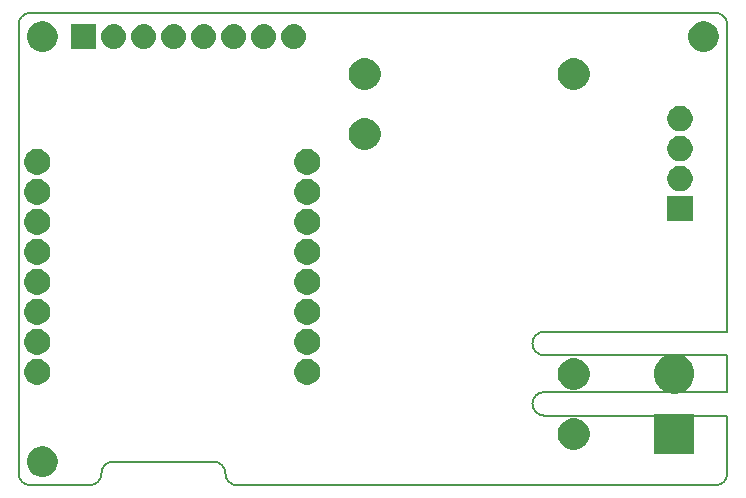
<source format=gbr>
G04 #@! TF.GenerationSoftware,KiCad,Pcbnew,(5.0.2)-1*
G04 #@! TF.CreationDate,2019-01-04T15:23:43-05:00*
G04 #@! TF.ProjectId,HASwitchPlate,48415377-6974-4636-9850-6c6174652e6b,rev?*
G04 #@! TF.SameCoordinates,Original*
G04 #@! TF.FileFunction,Soldermask,Bot*
G04 #@! TF.FilePolarity,Negative*
%FSLAX46Y46*%
G04 Gerber Fmt 4.6, Leading zero omitted, Abs format (unit mm)*
G04 Created by KiCad (PCBNEW (5.0.2)-1) date 1/4/2019 3:23:43 PM*
%MOMM*%
%LPD*%
G01*
G04 APERTURE LIST*
%ADD10C,0.150000*%
G04 #@! TA.AperFunction,NonConductor*
%ADD11C,0.100000*%
G04 #@! TD*
G04 APERTURE END LIST*
D10*
X160000000Y-101000000D02*
X160000000Y-127000000D01*
X160000000Y-132100000D02*
X160000000Y-129000000D01*
X143500000Y-128000000D02*
G75*
G03X144500000Y-129000000I1000000J0D01*
G01*
X144500000Y-127000000D02*
G75*
G03X143500000Y-128000000I0J-1000000D01*
G01*
X144500000Y-127000000D02*
X160000000Y-127000000D01*
X144500000Y-129000000D02*
X160000000Y-129000000D01*
X118500000Y-140000000D02*
X159000000Y-140000000D01*
X101000000Y-140000000D02*
X106000000Y-140000000D01*
X108000000Y-138000000D02*
X116500000Y-138000000D01*
X117500000Y-139000000D02*
G75*
G03X118500000Y-140000000I1000000J0D01*
G01*
X117500000Y-139000000D02*
G75*
G03X116500000Y-138000000I-1000000J0D01*
G01*
X107998255Y-138000002D02*
G75*
G03X107000000Y-139000000I1745J-999998D01*
G01*
X106000000Y-140000000D02*
G75*
G03X107000000Y-139000000I0J1000000D01*
G01*
X101000000Y-100000000D02*
G75*
G03X100000000Y-101000000I0J-1000000D01*
G01*
X100000000Y-139000000D02*
G75*
G03X101000000Y-140000000I1000000J0D01*
G01*
X159000000Y-140000000D02*
G75*
G03X160000000Y-139000000I0J1000000D01*
G01*
X160000000Y-101000000D02*
G75*
G03X159000000Y-100000000I-1000000J0D01*
G01*
X143500000Y-133100000D02*
G75*
G03X144500000Y-134100000I1000000J0D01*
G01*
X144500000Y-132100000D02*
G75*
G03X143500000Y-133100000I0J-1000000D01*
G01*
X160000000Y-134100000D02*
X160000000Y-139000000D01*
X144500000Y-134100000D02*
X160000000Y-134100000D01*
X144500000Y-132100000D02*
X160000000Y-132100000D01*
X101000000Y-100000000D02*
X159000000Y-100000000D01*
X100000000Y-101000000D02*
X100000000Y-139000000D01*
D11*
G36*
X102379196Y-136749958D02*
X102615780Y-136847954D01*
X102828705Y-136990226D01*
X103009774Y-137171295D01*
X103152046Y-137384220D01*
X103250042Y-137620804D01*
X103300000Y-137871960D01*
X103300000Y-138128040D01*
X103250042Y-138379196D01*
X103152046Y-138615780D01*
X103009774Y-138828705D01*
X102828705Y-139009774D01*
X102615780Y-139152046D01*
X102379196Y-139250042D01*
X102128040Y-139300000D01*
X101871960Y-139300000D01*
X101620804Y-139250042D01*
X101384220Y-139152046D01*
X101171295Y-139009774D01*
X100990226Y-138828705D01*
X100847954Y-138615780D01*
X100749958Y-138379196D01*
X100700000Y-138128040D01*
X100700000Y-137871960D01*
X100749958Y-137620804D01*
X100847954Y-137384220D01*
X100990226Y-137171295D01*
X101171295Y-136990226D01*
X101384220Y-136847954D01*
X101620804Y-136749958D01*
X101871960Y-136700000D01*
X102128040Y-136700000D01*
X102379196Y-136749958D01*
X102379196Y-136749958D01*
G37*
G36*
X157200000Y-137350000D02*
X153800000Y-137350000D01*
X153800000Y-133950000D01*
X157200000Y-133950000D01*
X157200000Y-137350000D01*
X157200000Y-137350000D01*
G37*
G36*
X147197434Y-134317922D02*
X147392322Y-134356687D01*
X147637096Y-134458076D01*
X147637097Y-134458077D01*
X147857391Y-134605272D01*
X148044728Y-134792609D01*
X148044730Y-134792612D01*
X148191924Y-135012904D01*
X148293313Y-135257678D01*
X148345000Y-135517529D01*
X148345000Y-135782471D01*
X148293313Y-136042322D01*
X148191924Y-136287096D01*
X148191923Y-136287097D01*
X148044728Y-136507391D01*
X147857391Y-136694728D01*
X147857388Y-136694730D01*
X147637096Y-136841924D01*
X147392322Y-136943313D01*
X147197434Y-136982078D01*
X147132472Y-136995000D01*
X146867528Y-136995000D01*
X146802566Y-136982078D01*
X146607678Y-136943313D01*
X146362904Y-136841924D01*
X146142612Y-136694730D01*
X146142609Y-136694728D01*
X145955272Y-136507391D01*
X145808077Y-136287097D01*
X145808076Y-136287096D01*
X145706687Y-136042322D01*
X145655000Y-135782471D01*
X145655000Y-135517529D01*
X145706687Y-135257678D01*
X145808076Y-135012904D01*
X145955270Y-134792612D01*
X145955272Y-134792609D01*
X146142609Y-134605272D01*
X146362903Y-134458077D01*
X146362904Y-134458076D01*
X146607678Y-134356687D01*
X146802566Y-134317922D01*
X146867528Y-134305000D01*
X147132472Y-134305000D01*
X147197434Y-134317922D01*
X147197434Y-134317922D01*
G37*
G36*
X155857102Y-128907727D02*
X155995872Y-128935330D01*
X156305252Y-129063479D01*
X156583687Y-129249523D01*
X156820477Y-129486313D01*
X157006521Y-129764748D01*
X157132605Y-130069143D01*
X157134670Y-130074129D01*
X157175951Y-130281659D01*
X157200000Y-130402565D01*
X157200000Y-130737435D01*
X157134670Y-131065872D01*
X157006521Y-131375252D01*
X156820477Y-131653687D01*
X156583687Y-131890477D01*
X156305252Y-132076521D01*
X155995872Y-132204670D01*
X155886393Y-132226447D01*
X155667437Y-132270000D01*
X155332563Y-132270000D01*
X155113607Y-132226447D01*
X155004128Y-132204670D01*
X154694748Y-132076521D01*
X154416313Y-131890477D01*
X154179523Y-131653687D01*
X153993479Y-131375252D01*
X153865330Y-131065872D01*
X153800000Y-130737435D01*
X153800000Y-130402565D01*
X153824050Y-130281659D01*
X153865330Y-130074129D01*
X153867395Y-130069143D01*
X153993479Y-129764748D01*
X154179523Y-129486313D01*
X154416313Y-129249523D01*
X154694748Y-129063479D01*
X155004128Y-128935330D01*
X155142898Y-128907727D01*
X155332563Y-128870000D01*
X155667437Y-128870000D01*
X155857102Y-128907727D01*
X155857102Y-128907727D01*
G37*
G36*
X147197434Y-129237922D02*
X147392322Y-129276687D01*
X147637096Y-129378076D01*
X147854424Y-129523289D01*
X147857391Y-129525272D01*
X148044728Y-129712609D01*
X148044730Y-129712612D01*
X148191924Y-129932904D01*
X148293313Y-130177678D01*
X148345000Y-130437529D01*
X148345000Y-130702471D01*
X148293313Y-130962322D01*
X148191924Y-131207096D01*
X148086545Y-131364807D01*
X148044728Y-131427391D01*
X147857391Y-131614728D01*
X147857388Y-131614730D01*
X147637096Y-131761924D01*
X147392322Y-131863313D01*
X147197434Y-131902078D01*
X147132472Y-131915000D01*
X146867528Y-131915000D01*
X146802566Y-131902078D01*
X146607678Y-131863313D01*
X146362904Y-131761924D01*
X146142612Y-131614730D01*
X146142609Y-131614728D01*
X145955272Y-131427391D01*
X145913455Y-131364807D01*
X145808076Y-131207096D01*
X145706687Y-130962322D01*
X145655000Y-130702471D01*
X145655000Y-130437529D01*
X145706687Y-130177678D01*
X145808076Y-129932904D01*
X145955270Y-129712612D01*
X145955272Y-129712609D01*
X146142609Y-129525272D01*
X146145576Y-129523289D01*
X146362904Y-129378076D01*
X146607678Y-129276687D01*
X146802566Y-129237922D01*
X146867528Y-129225000D01*
X147132472Y-129225000D01*
X147197434Y-129237922D01*
X147197434Y-129237922D01*
G37*
G36*
X124750857Y-129332272D02*
X124951042Y-129415191D01*
X124951045Y-129415193D01*
X125115790Y-129525272D01*
X125131213Y-129535578D01*
X125284422Y-129688787D01*
X125284424Y-129688790D01*
X125284425Y-129688791D01*
X125335178Y-129764748D01*
X125404809Y-129868958D01*
X125487728Y-130069143D01*
X125530000Y-130281658D01*
X125530000Y-130498342D01*
X125487728Y-130710857D01*
X125404809Y-130911042D01*
X125404807Y-130911045D01*
X125301355Y-131065872D01*
X125284422Y-131091213D01*
X125131213Y-131244422D01*
X124951042Y-131364809D01*
X124750857Y-131447728D01*
X124538342Y-131490000D01*
X124321658Y-131490000D01*
X124109143Y-131447728D01*
X123908958Y-131364809D01*
X123728787Y-131244422D01*
X123575578Y-131091213D01*
X123558646Y-131065872D01*
X123455193Y-130911045D01*
X123455191Y-130911042D01*
X123372272Y-130710857D01*
X123330000Y-130498342D01*
X123330000Y-130281658D01*
X123372272Y-130069143D01*
X123455191Y-129868958D01*
X123524822Y-129764748D01*
X123575575Y-129688791D01*
X123575576Y-129688790D01*
X123575578Y-129688787D01*
X123728787Y-129535578D01*
X123744211Y-129525272D01*
X123908955Y-129415193D01*
X123908958Y-129415191D01*
X124109143Y-129332272D01*
X124321658Y-129290000D01*
X124538342Y-129290000D01*
X124750857Y-129332272D01*
X124750857Y-129332272D01*
G37*
G36*
X101890857Y-129332272D02*
X102091042Y-129415191D01*
X102091045Y-129415193D01*
X102255790Y-129525272D01*
X102271213Y-129535578D01*
X102424422Y-129688787D01*
X102424424Y-129688790D01*
X102424425Y-129688791D01*
X102475178Y-129764748D01*
X102544809Y-129868958D01*
X102627728Y-130069143D01*
X102670000Y-130281658D01*
X102670000Y-130498342D01*
X102627728Y-130710857D01*
X102544809Y-130911042D01*
X102544807Y-130911045D01*
X102441355Y-131065872D01*
X102424422Y-131091213D01*
X102271213Y-131244422D01*
X102091042Y-131364809D01*
X101890857Y-131447728D01*
X101678342Y-131490000D01*
X101461658Y-131490000D01*
X101249143Y-131447728D01*
X101048958Y-131364809D01*
X100868787Y-131244422D01*
X100715578Y-131091213D01*
X100698646Y-131065872D01*
X100595193Y-130911045D01*
X100595191Y-130911042D01*
X100512272Y-130710857D01*
X100470000Y-130498342D01*
X100470000Y-130281658D01*
X100512272Y-130069143D01*
X100595191Y-129868958D01*
X100664822Y-129764748D01*
X100715575Y-129688791D01*
X100715576Y-129688790D01*
X100715578Y-129688787D01*
X100868787Y-129535578D01*
X100884211Y-129525272D01*
X101048955Y-129415193D01*
X101048958Y-129415191D01*
X101249143Y-129332272D01*
X101461658Y-129290000D01*
X101678342Y-129290000D01*
X101890857Y-129332272D01*
X101890857Y-129332272D01*
G37*
G36*
X101890857Y-126792272D02*
X102091042Y-126875191D01*
X102271213Y-126995578D01*
X102424422Y-127148787D01*
X102544809Y-127328958D01*
X102627728Y-127529143D01*
X102670000Y-127741658D01*
X102670000Y-127958342D01*
X102627728Y-128170857D01*
X102544809Y-128371042D01*
X102424422Y-128551213D01*
X102271213Y-128704422D01*
X102091042Y-128824809D01*
X101890857Y-128907728D01*
X101678342Y-128950000D01*
X101461658Y-128950000D01*
X101249143Y-128907728D01*
X101048958Y-128824809D01*
X100868787Y-128704422D01*
X100715578Y-128551213D01*
X100595191Y-128371042D01*
X100512272Y-128170857D01*
X100470000Y-127958342D01*
X100470000Y-127741658D01*
X100512272Y-127529143D01*
X100595191Y-127328958D01*
X100715578Y-127148787D01*
X100868787Y-126995578D01*
X101048958Y-126875191D01*
X101249143Y-126792272D01*
X101461658Y-126750000D01*
X101678342Y-126750000D01*
X101890857Y-126792272D01*
X101890857Y-126792272D01*
G37*
G36*
X124750857Y-126792272D02*
X124951042Y-126875191D01*
X125131213Y-126995578D01*
X125284422Y-127148787D01*
X125404809Y-127328958D01*
X125487728Y-127529143D01*
X125530000Y-127741658D01*
X125530000Y-127958342D01*
X125487728Y-128170857D01*
X125404809Y-128371042D01*
X125284422Y-128551213D01*
X125131213Y-128704422D01*
X124951042Y-128824809D01*
X124750857Y-128907728D01*
X124538342Y-128950000D01*
X124321658Y-128950000D01*
X124109143Y-128907728D01*
X123908958Y-128824809D01*
X123728787Y-128704422D01*
X123575578Y-128551213D01*
X123455191Y-128371042D01*
X123372272Y-128170857D01*
X123330000Y-127958342D01*
X123330000Y-127741658D01*
X123372272Y-127529143D01*
X123455191Y-127328958D01*
X123575578Y-127148787D01*
X123728787Y-126995578D01*
X123908958Y-126875191D01*
X124109143Y-126792272D01*
X124321658Y-126750000D01*
X124538342Y-126750000D01*
X124750857Y-126792272D01*
X124750857Y-126792272D01*
G37*
G36*
X101890857Y-124252272D02*
X102091042Y-124335191D01*
X102271213Y-124455578D01*
X102424422Y-124608787D01*
X102544809Y-124788958D01*
X102627728Y-124989143D01*
X102670000Y-125201658D01*
X102670000Y-125418342D01*
X102627728Y-125630857D01*
X102544809Y-125831042D01*
X102424422Y-126011213D01*
X102271213Y-126164422D01*
X102091042Y-126284809D01*
X101890857Y-126367728D01*
X101678342Y-126410000D01*
X101461658Y-126410000D01*
X101249143Y-126367728D01*
X101048958Y-126284809D01*
X100868787Y-126164422D01*
X100715578Y-126011213D01*
X100595191Y-125831042D01*
X100512272Y-125630857D01*
X100470000Y-125418342D01*
X100470000Y-125201658D01*
X100512272Y-124989143D01*
X100595191Y-124788958D01*
X100715578Y-124608787D01*
X100868787Y-124455578D01*
X101048958Y-124335191D01*
X101249143Y-124252272D01*
X101461658Y-124210000D01*
X101678342Y-124210000D01*
X101890857Y-124252272D01*
X101890857Y-124252272D01*
G37*
G36*
X124750857Y-124252272D02*
X124951042Y-124335191D01*
X125131213Y-124455578D01*
X125284422Y-124608787D01*
X125404809Y-124788958D01*
X125487728Y-124989143D01*
X125530000Y-125201658D01*
X125530000Y-125418342D01*
X125487728Y-125630857D01*
X125404809Y-125831042D01*
X125284422Y-126011213D01*
X125131213Y-126164422D01*
X124951042Y-126284809D01*
X124750857Y-126367728D01*
X124538342Y-126410000D01*
X124321658Y-126410000D01*
X124109143Y-126367728D01*
X123908958Y-126284809D01*
X123728787Y-126164422D01*
X123575578Y-126011213D01*
X123455191Y-125831042D01*
X123372272Y-125630857D01*
X123330000Y-125418342D01*
X123330000Y-125201658D01*
X123372272Y-124989143D01*
X123455191Y-124788958D01*
X123575578Y-124608787D01*
X123728787Y-124455578D01*
X123908958Y-124335191D01*
X124109143Y-124252272D01*
X124321658Y-124210000D01*
X124538342Y-124210000D01*
X124750857Y-124252272D01*
X124750857Y-124252272D01*
G37*
G36*
X101890857Y-121712272D02*
X102091042Y-121795191D01*
X102271213Y-121915578D01*
X102424422Y-122068787D01*
X102544809Y-122248958D01*
X102627728Y-122449143D01*
X102670000Y-122661658D01*
X102670000Y-122878342D01*
X102627728Y-123090857D01*
X102544809Y-123291042D01*
X102424422Y-123471213D01*
X102271213Y-123624422D01*
X102091042Y-123744809D01*
X101890857Y-123827728D01*
X101678342Y-123870000D01*
X101461658Y-123870000D01*
X101249143Y-123827728D01*
X101048958Y-123744809D01*
X100868787Y-123624422D01*
X100715578Y-123471213D01*
X100595191Y-123291042D01*
X100512272Y-123090857D01*
X100470000Y-122878342D01*
X100470000Y-122661658D01*
X100512272Y-122449143D01*
X100595191Y-122248958D01*
X100715578Y-122068787D01*
X100868787Y-121915578D01*
X101048958Y-121795191D01*
X101249143Y-121712272D01*
X101461658Y-121670000D01*
X101678342Y-121670000D01*
X101890857Y-121712272D01*
X101890857Y-121712272D01*
G37*
G36*
X124750857Y-121712272D02*
X124951042Y-121795191D01*
X125131213Y-121915578D01*
X125284422Y-122068787D01*
X125404809Y-122248958D01*
X125487728Y-122449143D01*
X125530000Y-122661658D01*
X125530000Y-122878342D01*
X125487728Y-123090857D01*
X125404809Y-123291042D01*
X125284422Y-123471213D01*
X125131213Y-123624422D01*
X124951042Y-123744809D01*
X124750857Y-123827728D01*
X124538342Y-123870000D01*
X124321658Y-123870000D01*
X124109143Y-123827728D01*
X123908958Y-123744809D01*
X123728787Y-123624422D01*
X123575578Y-123471213D01*
X123455191Y-123291042D01*
X123372272Y-123090857D01*
X123330000Y-122878342D01*
X123330000Y-122661658D01*
X123372272Y-122449143D01*
X123455191Y-122248958D01*
X123575578Y-122068787D01*
X123728787Y-121915578D01*
X123908958Y-121795191D01*
X124109143Y-121712272D01*
X124321658Y-121670000D01*
X124538342Y-121670000D01*
X124750857Y-121712272D01*
X124750857Y-121712272D01*
G37*
G36*
X124750857Y-119172272D02*
X124951042Y-119255191D01*
X125131213Y-119375578D01*
X125284422Y-119528787D01*
X125404809Y-119708958D01*
X125487728Y-119909143D01*
X125530000Y-120121658D01*
X125530000Y-120338342D01*
X125487728Y-120550857D01*
X125404809Y-120751042D01*
X125284422Y-120931213D01*
X125131213Y-121084422D01*
X124951042Y-121204809D01*
X124750857Y-121287728D01*
X124538342Y-121330000D01*
X124321658Y-121330000D01*
X124109143Y-121287728D01*
X123908958Y-121204809D01*
X123728787Y-121084422D01*
X123575578Y-120931213D01*
X123455191Y-120751042D01*
X123372272Y-120550857D01*
X123330000Y-120338342D01*
X123330000Y-120121658D01*
X123372272Y-119909143D01*
X123455191Y-119708958D01*
X123575578Y-119528787D01*
X123728787Y-119375578D01*
X123908958Y-119255191D01*
X124109143Y-119172272D01*
X124321658Y-119130000D01*
X124538342Y-119130000D01*
X124750857Y-119172272D01*
X124750857Y-119172272D01*
G37*
G36*
X101890857Y-119172272D02*
X102091042Y-119255191D01*
X102271213Y-119375578D01*
X102424422Y-119528787D01*
X102544809Y-119708958D01*
X102627728Y-119909143D01*
X102670000Y-120121658D01*
X102670000Y-120338342D01*
X102627728Y-120550857D01*
X102544809Y-120751042D01*
X102424422Y-120931213D01*
X102271213Y-121084422D01*
X102091042Y-121204809D01*
X101890857Y-121287728D01*
X101678342Y-121330000D01*
X101461658Y-121330000D01*
X101249143Y-121287728D01*
X101048958Y-121204809D01*
X100868787Y-121084422D01*
X100715578Y-120931213D01*
X100595191Y-120751042D01*
X100512272Y-120550857D01*
X100470000Y-120338342D01*
X100470000Y-120121658D01*
X100512272Y-119909143D01*
X100595191Y-119708958D01*
X100715578Y-119528787D01*
X100868787Y-119375578D01*
X101048958Y-119255191D01*
X101249143Y-119172272D01*
X101461658Y-119130000D01*
X101678342Y-119130000D01*
X101890857Y-119172272D01*
X101890857Y-119172272D01*
G37*
G36*
X101890857Y-116632272D02*
X102091042Y-116715191D01*
X102271213Y-116835578D01*
X102424422Y-116988787D01*
X102544809Y-117168958D01*
X102627728Y-117369143D01*
X102670000Y-117581658D01*
X102670000Y-117798342D01*
X102627728Y-118010857D01*
X102544809Y-118211042D01*
X102424422Y-118391213D01*
X102271213Y-118544422D01*
X102091042Y-118664809D01*
X101890857Y-118747728D01*
X101678342Y-118790000D01*
X101461658Y-118790000D01*
X101249143Y-118747728D01*
X101048958Y-118664809D01*
X100868787Y-118544422D01*
X100715578Y-118391213D01*
X100595191Y-118211042D01*
X100512272Y-118010857D01*
X100470000Y-117798342D01*
X100470000Y-117581658D01*
X100512272Y-117369143D01*
X100595191Y-117168958D01*
X100715578Y-116988787D01*
X100868787Y-116835578D01*
X101048958Y-116715191D01*
X101249143Y-116632272D01*
X101461658Y-116590000D01*
X101678342Y-116590000D01*
X101890857Y-116632272D01*
X101890857Y-116632272D01*
G37*
G36*
X124750857Y-116632272D02*
X124951042Y-116715191D01*
X125131213Y-116835578D01*
X125284422Y-116988787D01*
X125404809Y-117168958D01*
X125487728Y-117369143D01*
X125530000Y-117581658D01*
X125530000Y-117798342D01*
X125487728Y-118010857D01*
X125404809Y-118211042D01*
X125284422Y-118391213D01*
X125131213Y-118544422D01*
X124951042Y-118664809D01*
X124750857Y-118747728D01*
X124538342Y-118790000D01*
X124321658Y-118790000D01*
X124109143Y-118747728D01*
X123908958Y-118664809D01*
X123728787Y-118544422D01*
X123575578Y-118391213D01*
X123455191Y-118211042D01*
X123372272Y-118010857D01*
X123330000Y-117798342D01*
X123330000Y-117581658D01*
X123372272Y-117369143D01*
X123455191Y-117168958D01*
X123575578Y-116988787D01*
X123728787Y-116835578D01*
X123908958Y-116715191D01*
X124109143Y-116632272D01*
X124321658Y-116590000D01*
X124538342Y-116590000D01*
X124750857Y-116632272D01*
X124750857Y-116632272D01*
G37*
G36*
X157075000Y-117645000D02*
X154925000Y-117645000D01*
X154925000Y-115495000D01*
X157075000Y-115495000D01*
X157075000Y-117645000D01*
X157075000Y-117645000D01*
G37*
G36*
X124750857Y-114092272D02*
X124951042Y-114175191D01*
X125131213Y-114295578D01*
X125284422Y-114448787D01*
X125404809Y-114628958D01*
X125487728Y-114829143D01*
X125530000Y-115041658D01*
X125530000Y-115258342D01*
X125487728Y-115470857D01*
X125404809Y-115671042D01*
X125284422Y-115851213D01*
X125131213Y-116004422D01*
X124951042Y-116124809D01*
X124750857Y-116207728D01*
X124538342Y-116250000D01*
X124321658Y-116250000D01*
X124109143Y-116207728D01*
X123908958Y-116124809D01*
X123728787Y-116004422D01*
X123575578Y-115851213D01*
X123455191Y-115671042D01*
X123372272Y-115470857D01*
X123330000Y-115258342D01*
X123330000Y-115041658D01*
X123372272Y-114829143D01*
X123455191Y-114628958D01*
X123575578Y-114448787D01*
X123728787Y-114295578D01*
X123908958Y-114175191D01*
X124109143Y-114092272D01*
X124321658Y-114050000D01*
X124538342Y-114050000D01*
X124750857Y-114092272D01*
X124750857Y-114092272D01*
G37*
G36*
X101890857Y-114092272D02*
X102091042Y-114175191D01*
X102271213Y-114295578D01*
X102424422Y-114448787D01*
X102544809Y-114628958D01*
X102627728Y-114829143D01*
X102670000Y-115041658D01*
X102670000Y-115258342D01*
X102627728Y-115470857D01*
X102544809Y-115671042D01*
X102424422Y-115851213D01*
X102271213Y-116004422D01*
X102091042Y-116124809D01*
X101890857Y-116207728D01*
X101678342Y-116250000D01*
X101461658Y-116250000D01*
X101249143Y-116207728D01*
X101048958Y-116124809D01*
X100868787Y-116004422D01*
X100715578Y-115851213D01*
X100595191Y-115671042D01*
X100512272Y-115470857D01*
X100470000Y-115258342D01*
X100470000Y-115041658D01*
X100512272Y-114829143D01*
X100595191Y-114628958D01*
X100715578Y-114448787D01*
X100868787Y-114295578D01*
X101048958Y-114175191D01*
X101249143Y-114092272D01*
X101461658Y-114050000D01*
X101678342Y-114050000D01*
X101890857Y-114092272D01*
X101890857Y-114092272D01*
G37*
G36*
X156313566Y-112996312D02*
X156509203Y-113077347D01*
X156685275Y-113194995D01*
X156835005Y-113344725D01*
X156952653Y-113520797D01*
X157033688Y-113716434D01*
X157075000Y-113924122D01*
X157075000Y-114135878D01*
X157033688Y-114343566D01*
X156952653Y-114539203D01*
X156835005Y-114715275D01*
X156685275Y-114865005D01*
X156509203Y-114982653D01*
X156313566Y-115063688D01*
X156105878Y-115105000D01*
X155894122Y-115105000D01*
X155686434Y-115063688D01*
X155490797Y-114982653D01*
X155314725Y-114865005D01*
X155164995Y-114715275D01*
X155047347Y-114539203D01*
X154966312Y-114343566D01*
X154925000Y-114135878D01*
X154925000Y-113924122D01*
X154966312Y-113716434D01*
X155047347Y-113520797D01*
X155164995Y-113344725D01*
X155314725Y-113194995D01*
X155490797Y-113077347D01*
X155686434Y-112996312D01*
X155894122Y-112955000D01*
X156105878Y-112955000D01*
X156313566Y-112996312D01*
X156313566Y-112996312D01*
G37*
G36*
X101890857Y-111552272D02*
X102091042Y-111635191D01*
X102271213Y-111755578D01*
X102424422Y-111908787D01*
X102544809Y-112088958D01*
X102627728Y-112289143D01*
X102670000Y-112501658D01*
X102670000Y-112718342D01*
X102627728Y-112930857D01*
X102544809Y-113131042D01*
X102424422Y-113311213D01*
X102271213Y-113464422D01*
X102271210Y-113464424D01*
X102271209Y-113464425D01*
X102091045Y-113584807D01*
X102091042Y-113584809D01*
X101890857Y-113667728D01*
X101678342Y-113710000D01*
X101461658Y-113710000D01*
X101249143Y-113667728D01*
X101048958Y-113584809D01*
X101048955Y-113584807D01*
X100868791Y-113464425D01*
X100868790Y-113464424D01*
X100868787Y-113464422D01*
X100715578Y-113311213D01*
X100595191Y-113131042D01*
X100512272Y-112930857D01*
X100470000Y-112718342D01*
X100470000Y-112501658D01*
X100512272Y-112289143D01*
X100595191Y-112088958D01*
X100715578Y-111908787D01*
X100868787Y-111755578D01*
X101048958Y-111635191D01*
X101249143Y-111552272D01*
X101461658Y-111510000D01*
X101678342Y-111510000D01*
X101890857Y-111552272D01*
X101890857Y-111552272D01*
G37*
G36*
X124750857Y-111552272D02*
X124951042Y-111635191D01*
X125131213Y-111755578D01*
X125284422Y-111908787D01*
X125404809Y-112088958D01*
X125487728Y-112289143D01*
X125530000Y-112501658D01*
X125530000Y-112718342D01*
X125487728Y-112930857D01*
X125404809Y-113131042D01*
X125284422Y-113311213D01*
X125131213Y-113464422D01*
X125131210Y-113464424D01*
X125131209Y-113464425D01*
X124951045Y-113584807D01*
X124951042Y-113584809D01*
X124750857Y-113667728D01*
X124538342Y-113710000D01*
X124321658Y-113710000D01*
X124109143Y-113667728D01*
X123908958Y-113584809D01*
X123908955Y-113584807D01*
X123728791Y-113464425D01*
X123728790Y-113464424D01*
X123728787Y-113464422D01*
X123575578Y-113311213D01*
X123455191Y-113131042D01*
X123372272Y-112930857D01*
X123330000Y-112718342D01*
X123330000Y-112501658D01*
X123372272Y-112289143D01*
X123455191Y-112088958D01*
X123575578Y-111908787D01*
X123728787Y-111755578D01*
X123908958Y-111635191D01*
X124109143Y-111552272D01*
X124321658Y-111510000D01*
X124538342Y-111510000D01*
X124750857Y-111552272D01*
X124750857Y-111552272D01*
G37*
G36*
X156313566Y-110456312D02*
X156509203Y-110537347D01*
X156685275Y-110654995D01*
X156835005Y-110804725D01*
X156952653Y-110980797D01*
X157033688Y-111176434D01*
X157075000Y-111384122D01*
X157075000Y-111595878D01*
X157033688Y-111803566D01*
X156952653Y-111999203D01*
X156835005Y-112175275D01*
X156685275Y-112325005D01*
X156509203Y-112442653D01*
X156313566Y-112523688D01*
X156105878Y-112565000D01*
X155894122Y-112565000D01*
X155686434Y-112523688D01*
X155490797Y-112442653D01*
X155314725Y-112325005D01*
X155164995Y-112175275D01*
X155047347Y-111999203D01*
X154966312Y-111803566D01*
X154925000Y-111595878D01*
X154925000Y-111384122D01*
X154966312Y-111176434D01*
X155047347Y-110980797D01*
X155164995Y-110804725D01*
X155314725Y-110654995D01*
X155490797Y-110537347D01*
X155686434Y-110456312D01*
X155894122Y-110415000D01*
X156105878Y-110415000D01*
X156313566Y-110456312D01*
X156313566Y-110456312D01*
G37*
G36*
X129497434Y-108917922D02*
X129692322Y-108956687D01*
X129937096Y-109058076D01*
X129937097Y-109058077D01*
X130157391Y-109205272D01*
X130344728Y-109392609D01*
X130344730Y-109392612D01*
X130491924Y-109612904D01*
X130593313Y-109857678D01*
X130645000Y-110117529D01*
X130645000Y-110382471D01*
X130593313Y-110642322D01*
X130491924Y-110887096D01*
X130491923Y-110887097D01*
X130344728Y-111107391D01*
X130157391Y-111294728D01*
X130157388Y-111294730D01*
X129937096Y-111441924D01*
X129692322Y-111543313D01*
X129497434Y-111582078D01*
X129432472Y-111595000D01*
X129167528Y-111595000D01*
X129102566Y-111582078D01*
X128907678Y-111543313D01*
X128662904Y-111441924D01*
X128442612Y-111294730D01*
X128442609Y-111294728D01*
X128255272Y-111107391D01*
X128108077Y-110887097D01*
X128108076Y-110887096D01*
X128006687Y-110642322D01*
X127955000Y-110382471D01*
X127955000Y-110117529D01*
X128006687Y-109857678D01*
X128108076Y-109612904D01*
X128255270Y-109392612D01*
X128255272Y-109392609D01*
X128442609Y-109205272D01*
X128662903Y-109058077D01*
X128662904Y-109058076D01*
X128907678Y-108956687D01*
X129102566Y-108917922D01*
X129167528Y-108905000D01*
X129432472Y-108905000D01*
X129497434Y-108917922D01*
X129497434Y-108917922D01*
G37*
G36*
X156313566Y-107916312D02*
X156509203Y-107997347D01*
X156685275Y-108114995D01*
X156835005Y-108264725D01*
X156952653Y-108440797D01*
X157033688Y-108636434D01*
X157075000Y-108844122D01*
X157075000Y-109055878D01*
X157033688Y-109263566D01*
X156952653Y-109459203D01*
X156835005Y-109635275D01*
X156685275Y-109785005D01*
X156509203Y-109902653D01*
X156313566Y-109983688D01*
X156105878Y-110025000D01*
X155894122Y-110025000D01*
X155686434Y-109983688D01*
X155490797Y-109902653D01*
X155314725Y-109785005D01*
X155164995Y-109635275D01*
X155047347Y-109459203D01*
X154966312Y-109263566D01*
X154925000Y-109055878D01*
X154925000Y-108844122D01*
X154966312Y-108636434D01*
X155047347Y-108440797D01*
X155164995Y-108264725D01*
X155314725Y-108114995D01*
X155490797Y-107997347D01*
X155686434Y-107916312D01*
X155894122Y-107875000D01*
X156105878Y-107875000D01*
X156313566Y-107916312D01*
X156313566Y-107916312D01*
G37*
G36*
X147197434Y-103837922D02*
X147392322Y-103876687D01*
X147637096Y-103978076D01*
X147637097Y-103978077D01*
X147857391Y-104125272D01*
X148044728Y-104312609D01*
X148044730Y-104312612D01*
X148191924Y-104532904D01*
X148293313Y-104777678D01*
X148345000Y-105037529D01*
X148345000Y-105302471D01*
X148293313Y-105562322D01*
X148191924Y-105807096D01*
X148191923Y-105807097D01*
X148044728Y-106027391D01*
X147857391Y-106214728D01*
X147857388Y-106214730D01*
X147637096Y-106361924D01*
X147392322Y-106463313D01*
X147197434Y-106502078D01*
X147132472Y-106515000D01*
X146867528Y-106515000D01*
X146802566Y-106502078D01*
X146607678Y-106463313D01*
X146362904Y-106361924D01*
X146142612Y-106214730D01*
X146142609Y-106214728D01*
X145955272Y-106027391D01*
X145808077Y-105807097D01*
X145808076Y-105807096D01*
X145706687Y-105562322D01*
X145655000Y-105302471D01*
X145655000Y-105037529D01*
X145706687Y-104777678D01*
X145808076Y-104532904D01*
X145955270Y-104312612D01*
X145955272Y-104312609D01*
X146142609Y-104125272D01*
X146362903Y-103978077D01*
X146362904Y-103978076D01*
X146607678Y-103876687D01*
X146802566Y-103837922D01*
X146867528Y-103825000D01*
X147132472Y-103825000D01*
X147197434Y-103837922D01*
X147197434Y-103837922D01*
G37*
G36*
X129497434Y-103837922D02*
X129692322Y-103876687D01*
X129937096Y-103978076D01*
X129937097Y-103978077D01*
X130157391Y-104125272D01*
X130344728Y-104312609D01*
X130344730Y-104312612D01*
X130491924Y-104532904D01*
X130593313Y-104777678D01*
X130645000Y-105037529D01*
X130645000Y-105302471D01*
X130593313Y-105562322D01*
X130491924Y-105807096D01*
X130491923Y-105807097D01*
X130344728Y-106027391D01*
X130157391Y-106214728D01*
X130157388Y-106214730D01*
X129937096Y-106361924D01*
X129692322Y-106463313D01*
X129497434Y-106502078D01*
X129432472Y-106515000D01*
X129167528Y-106515000D01*
X129102566Y-106502078D01*
X128907678Y-106463313D01*
X128662904Y-106361924D01*
X128442612Y-106214730D01*
X128442609Y-106214728D01*
X128255272Y-106027391D01*
X128108077Y-105807097D01*
X128108076Y-105807096D01*
X128006687Y-105562322D01*
X127955000Y-105302471D01*
X127955000Y-105037529D01*
X128006687Y-104777678D01*
X128108076Y-104532904D01*
X128255270Y-104312612D01*
X128255272Y-104312609D01*
X128442609Y-104125272D01*
X128662903Y-103978077D01*
X128662904Y-103978076D01*
X128907678Y-103876687D01*
X129102566Y-103837922D01*
X129167528Y-103825000D01*
X129432472Y-103825000D01*
X129497434Y-103837922D01*
X129497434Y-103837922D01*
G37*
G36*
X102379196Y-100749958D02*
X102615780Y-100847954D01*
X102828705Y-100990226D01*
X103009774Y-101171295D01*
X103152046Y-101384220D01*
X103250042Y-101620804D01*
X103300000Y-101871960D01*
X103300000Y-102128040D01*
X103250042Y-102379196D01*
X103152046Y-102615780D01*
X103009774Y-102828705D01*
X102828705Y-103009774D01*
X102615780Y-103152046D01*
X102379196Y-103250042D01*
X102128040Y-103300000D01*
X101871960Y-103300000D01*
X101620804Y-103250042D01*
X101384220Y-103152046D01*
X101171295Y-103009774D01*
X100990226Y-102828705D01*
X100847954Y-102615780D01*
X100749958Y-102379196D01*
X100700000Y-102128040D01*
X100700000Y-101871960D01*
X100749958Y-101620804D01*
X100847954Y-101384220D01*
X100990226Y-101171295D01*
X101171295Y-100990226D01*
X101384220Y-100847954D01*
X101620804Y-100749958D01*
X101871960Y-100700000D01*
X102128040Y-100700000D01*
X102379196Y-100749958D01*
X102379196Y-100749958D01*
G37*
G36*
X158379196Y-100749958D02*
X158615780Y-100847954D01*
X158828705Y-100990226D01*
X159009774Y-101171295D01*
X159152046Y-101384220D01*
X159250042Y-101620804D01*
X159300000Y-101871960D01*
X159300000Y-102128040D01*
X159250042Y-102379196D01*
X159152046Y-102615780D01*
X159009774Y-102828705D01*
X158828705Y-103009774D01*
X158615780Y-103152046D01*
X158379196Y-103250042D01*
X158128040Y-103300000D01*
X157871960Y-103300000D01*
X157620804Y-103250042D01*
X157384220Y-103152046D01*
X157171295Y-103009774D01*
X156990226Y-102828705D01*
X156847954Y-102615780D01*
X156749958Y-102379196D01*
X156700000Y-102128040D01*
X156700000Y-101871960D01*
X156749958Y-101620804D01*
X156847954Y-101384220D01*
X156990226Y-101171295D01*
X157171295Y-100990226D01*
X157384220Y-100847954D01*
X157620804Y-100749958D01*
X157871960Y-100700000D01*
X158128040Y-100700000D01*
X158379196Y-100749958D01*
X158379196Y-100749958D01*
G37*
G36*
X120868707Y-100957596D02*
X120945836Y-100965193D01*
X121077787Y-101005220D01*
X121143763Y-101025233D01*
X121326172Y-101122733D01*
X121486054Y-101253946D01*
X121617267Y-101413828D01*
X121714767Y-101596237D01*
X121714767Y-101596238D01*
X121774807Y-101794164D01*
X121795080Y-102000000D01*
X121774807Y-102205836D01*
X121734780Y-102337787D01*
X121714767Y-102403763D01*
X121617267Y-102586172D01*
X121486054Y-102746054D01*
X121326172Y-102877267D01*
X121143763Y-102974767D01*
X121077787Y-102994780D01*
X120945836Y-103034807D01*
X120868707Y-103042404D01*
X120791580Y-103050000D01*
X120688420Y-103050000D01*
X120611293Y-103042404D01*
X120534164Y-103034807D01*
X120402213Y-102994780D01*
X120336237Y-102974767D01*
X120153828Y-102877267D01*
X119993946Y-102746054D01*
X119862733Y-102586172D01*
X119765233Y-102403763D01*
X119745220Y-102337787D01*
X119705193Y-102205836D01*
X119684920Y-102000000D01*
X119705193Y-101794164D01*
X119765233Y-101596238D01*
X119765233Y-101596237D01*
X119862733Y-101413828D01*
X119993946Y-101253946D01*
X120153828Y-101122733D01*
X120336237Y-101025233D01*
X120402213Y-101005220D01*
X120534164Y-100965193D01*
X120611293Y-100957596D01*
X120688420Y-100950000D01*
X120791580Y-100950000D01*
X120868707Y-100957596D01*
X120868707Y-100957596D01*
G37*
G36*
X123408707Y-100957596D02*
X123485836Y-100965193D01*
X123617787Y-101005220D01*
X123683763Y-101025233D01*
X123866172Y-101122733D01*
X124026054Y-101253946D01*
X124157267Y-101413828D01*
X124254767Y-101596237D01*
X124254767Y-101596238D01*
X124314807Y-101794164D01*
X124335080Y-102000000D01*
X124314807Y-102205836D01*
X124274780Y-102337787D01*
X124254767Y-102403763D01*
X124157267Y-102586172D01*
X124026054Y-102746054D01*
X123866172Y-102877267D01*
X123683763Y-102974767D01*
X123617787Y-102994780D01*
X123485836Y-103034807D01*
X123408707Y-103042404D01*
X123331580Y-103050000D01*
X123228420Y-103050000D01*
X123151293Y-103042404D01*
X123074164Y-103034807D01*
X122942213Y-102994780D01*
X122876237Y-102974767D01*
X122693828Y-102877267D01*
X122533946Y-102746054D01*
X122402733Y-102586172D01*
X122305233Y-102403763D01*
X122285220Y-102337787D01*
X122245193Y-102205836D01*
X122224920Y-102000000D01*
X122245193Y-101794164D01*
X122305233Y-101596238D01*
X122305233Y-101596237D01*
X122402733Y-101413828D01*
X122533946Y-101253946D01*
X122693828Y-101122733D01*
X122876237Y-101025233D01*
X122942213Y-101005220D01*
X123074164Y-100965193D01*
X123151293Y-100957596D01*
X123228420Y-100950000D01*
X123331580Y-100950000D01*
X123408707Y-100957596D01*
X123408707Y-100957596D01*
G37*
G36*
X106550000Y-103050000D02*
X104450000Y-103050000D01*
X104450000Y-100950000D01*
X106550000Y-100950000D01*
X106550000Y-103050000D01*
X106550000Y-103050000D01*
G37*
G36*
X118328707Y-100957596D02*
X118405836Y-100965193D01*
X118537787Y-101005220D01*
X118603763Y-101025233D01*
X118786172Y-101122733D01*
X118946054Y-101253946D01*
X119077267Y-101413828D01*
X119174767Y-101596237D01*
X119174767Y-101596238D01*
X119234807Y-101794164D01*
X119255080Y-102000000D01*
X119234807Y-102205836D01*
X119194780Y-102337787D01*
X119174767Y-102403763D01*
X119077267Y-102586172D01*
X118946054Y-102746054D01*
X118786172Y-102877267D01*
X118603763Y-102974767D01*
X118537787Y-102994780D01*
X118405836Y-103034807D01*
X118328707Y-103042404D01*
X118251580Y-103050000D01*
X118148420Y-103050000D01*
X118071293Y-103042404D01*
X117994164Y-103034807D01*
X117862213Y-102994780D01*
X117796237Y-102974767D01*
X117613828Y-102877267D01*
X117453946Y-102746054D01*
X117322733Y-102586172D01*
X117225233Y-102403763D01*
X117205220Y-102337787D01*
X117165193Y-102205836D01*
X117144920Y-102000000D01*
X117165193Y-101794164D01*
X117225233Y-101596238D01*
X117225233Y-101596237D01*
X117322733Y-101413828D01*
X117453946Y-101253946D01*
X117613828Y-101122733D01*
X117796237Y-101025233D01*
X117862213Y-101005220D01*
X117994164Y-100965193D01*
X118071293Y-100957596D01*
X118148420Y-100950000D01*
X118251580Y-100950000D01*
X118328707Y-100957596D01*
X118328707Y-100957596D01*
G37*
G36*
X115788707Y-100957596D02*
X115865836Y-100965193D01*
X115997787Y-101005220D01*
X116063763Y-101025233D01*
X116246172Y-101122733D01*
X116406054Y-101253946D01*
X116537267Y-101413828D01*
X116634767Y-101596237D01*
X116634767Y-101596238D01*
X116694807Y-101794164D01*
X116715080Y-102000000D01*
X116694807Y-102205836D01*
X116654780Y-102337787D01*
X116634767Y-102403763D01*
X116537267Y-102586172D01*
X116406054Y-102746054D01*
X116246172Y-102877267D01*
X116063763Y-102974767D01*
X115997787Y-102994780D01*
X115865836Y-103034807D01*
X115788707Y-103042404D01*
X115711580Y-103050000D01*
X115608420Y-103050000D01*
X115531293Y-103042404D01*
X115454164Y-103034807D01*
X115322213Y-102994780D01*
X115256237Y-102974767D01*
X115073828Y-102877267D01*
X114913946Y-102746054D01*
X114782733Y-102586172D01*
X114685233Y-102403763D01*
X114665220Y-102337787D01*
X114625193Y-102205836D01*
X114604920Y-102000000D01*
X114625193Y-101794164D01*
X114685233Y-101596238D01*
X114685233Y-101596237D01*
X114782733Y-101413828D01*
X114913946Y-101253946D01*
X115073828Y-101122733D01*
X115256237Y-101025233D01*
X115322213Y-101005220D01*
X115454164Y-100965193D01*
X115531293Y-100957596D01*
X115608420Y-100950000D01*
X115711580Y-100950000D01*
X115788707Y-100957596D01*
X115788707Y-100957596D01*
G37*
G36*
X113248707Y-100957596D02*
X113325836Y-100965193D01*
X113457787Y-101005220D01*
X113523763Y-101025233D01*
X113706172Y-101122733D01*
X113866054Y-101253946D01*
X113997267Y-101413828D01*
X114094767Y-101596237D01*
X114094767Y-101596238D01*
X114154807Y-101794164D01*
X114175080Y-102000000D01*
X114154807Y-102205836D01*
X114114780Y-102337787D01*
X114094767Y-102403763D01*
X113997267Y-102586172D01*
X113866054Y-102746054D01*
X113706172Y-102877267D01*
X113523763Y-102974767D01*
X113457787Y-102994780D01*
X113325836Y-103034807D01*
X113248707Y-103042404D01*
X113171580Y-103050000D01*
X113068420Y-103050000D01*
X112991293Y-103042404D01*
X112914164Y-103034807D01*
X112782213Y-102994780D01*
X112716237Y-102974767D01*
X112533828Y-102877267D01*
X112373946Y-102746054D01*
X112242733Y-102586172D01*
X112145233Y-102403763D01*
X112125220Y-102337787D01*
X112085193Y-102205836D01*
X112064920Y-102000000D01*
X112085193Y-101794164D01*
X112145233Y-101596238D01*
X112145233Y-101596237D01*
X112242733Y-101413828D01*
X112373946Y-101253946D01*
X112533828Y-101122733D01*
X112716237Y-101025233D01*
X112782213Y-101005220D01*
X112914164Y-100965193D01*
X112991293Y-100957596D01*
X113068420Y-100950000D01*
X113171580Y-100950000D01*
X113248707Y-100957596D01*
X113248707Y-100957596D01*
G37*
G36*
X110708707Y-100957596D02*
X110785836Y-100965193D01*
X110917787Y-101005220D01*
X110983763Y-101025233D01*
X111166172Y-101122733D01*
X111326054Y-101253946D01*
X111457267Y-101413828D01*
X111554767Y-101596237D01*
X111554767Y-101596238D01*
X111614807Y-101794164D01*
X111635080Y-102000000D01*
X111614807Y-102205836D01*
X111574780Y-102337787D01*
X111554767Y-102403763D01*
X111457267Y-102586172D01*
X111326054Y-102746054D01*
X111166172Y-102877267D01*
X110983763Y-102974767D01*
X110917787Y-102994780D01*
X110785836Y-103034807D01*
X110708707Y-103042404D01*
X110631580Y-103050000D01*
X110528420Y-103050000D01*
X110451293Y-103042404D01*
X110374164Y-103034807D01*
X110242213Y-102994780D01*
X110176237Y-102974767D01*
X109993828Y-102877267D01*
X109833946Y-102746054D01*
X109702733Y-102586172D01*
X109605233Y-102403763D01*
X109585220Y-102337787D01*
X109545193Y-102205836D01*
X109524920Y-102000000D01*
X109545193Y-101794164D01*
X109605233Y-101596238D01*
X109605233Y-101596237D01*
X109702733Y-101413828D01*
X109833946Y-101253946D01*
X109993828Y-101122733D01*
X110176237Y-101025233D01*
X110242213Y-101005220D01*
X110374164Y-100965193D01*
X110451293Y-100957596D01*
X110528420Y-100950000D01*
X110631580Y-100950000D01*
X110708707Y-100957596D01*
X110708707Y-100957596D01*
G37*
G36*
X108168707Y-100957596D02*
X108245836Y-100965193D01*
X108377787Y-101005220D01*
X108443763Y-101025233D01*
X108626172Y-101122733D01*
X108786054Y-101253946D01*
X108917267Y-101413828D01*
X109014767Y-101596237D01*
X109014767Y-101596238D01*
X109074807Y-101794164D01*
X109095080Y-102000000D01*
X109074807Y-102205836D01*
X109034780Y-102337787D01*
X109014767Y-102403763D01*
X108917267Y-102586172D01*
X108786054Y-102746054D01*
X108626172Y-102877267D01*
X108443763Y-102974767D01*
X108377787Y-102994780D01*
X108245836Y-103034807D01*
X108168707Y-103042404D01*
X108091580Y-103050000D01*
X107988420Y-103050000D01*
X107911293Y-103042404D01*
X107834164Y-103034807D01*
X107702213Y-102994780D01*
X107636237Y-102974767D01*
X107453828Y-102877267D01*
X107293946Y-102746054D01*
X107162733Y-102586172D01*
X107065233Y-102403763D01*
X107045220Y-102337787D01*
X107005193Y-102205836D01*
X106984920Y-102000000D01*
X107005193Y-101794164D01*
X107065233Y-101596238D01*
X107065233Y-101596237D01*
X107162733Y-101413828D01*
X107293946Y-101253946D01*
X107453828Y-101122733D01*
X107636237Y-101025233D01*
X107702213Y-101005220D01*
X107834164Y-100965193D01*
X107911293Y-100957596D01*
X107988420Y-100950000D01*
X108091580Y-100950000D01*
X108168707Y-100957596D01*
X108168707Y-100957596D01*
G37*
M02*

</source>
